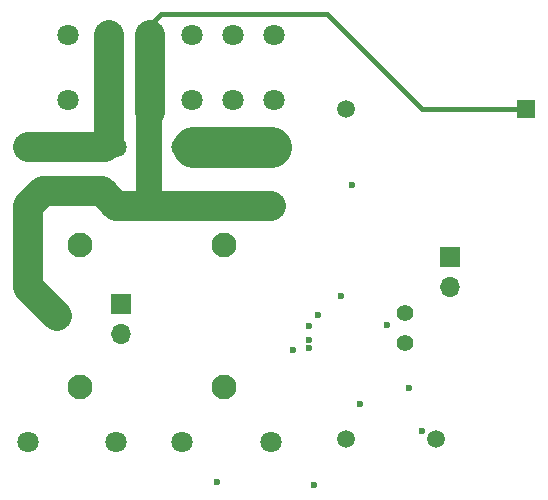
<source format=gbr>
%TF.GenerationSoftware,KiCad,Pcbnew,9.0.0*%
%TF.CreationDate,2025-03-25T19:49:10+01:00*%
%TF.ProjectId,raumtemp_relay,7261756d-7465-46d7-905f-72656c61792e,rev?*%
%TF.SameCoordinates,Original*%
%TF.FileFunction,Copper,L4,Inr*%
%TF.FilePolarity,Positive*%
%FSLAX46Y46*%
G04 Gerber Fmt 4.6, Leading zero omitted, Abs format (unit mm)*
G04 Created by KiCad (PCBNEW 9.0.0) date 2025-03-25 19:49:10*
%MOMM*%
%LPD*%
G01*
G04 APERTURE LIST*
%TA.AperFunction,ComponentPad*%
%ADD10C,1.803400*%
%TD*%
%TA.AperFunction,ComponentPad*%
%ADD11C,1.400000*%
%TD*%
%TA.AperFunction,ComponentPad*%
%ADD12R,1.700000X1.700000*%
%TD*%
%TA.AperFunction,ComponentPad*%
%ADD13O,1.700000X1.700000*%
%TD*%
%TA.AperFunction,ComponentPad*%
%ADD14C,1.800000*%
%TD*%
%TA.AperFunction,ComponentPad*%
%ADD15C,2.100000*%
%TD*%
%TA.AperFunction,ComponentPad*%
%ADD16R,1.508000X1.508000*%
%TD*%
%TA.AperFunction,ComponentPad*%
%ADD17C,1.508000*%
%TD*%
%TA.AperFunction,ViaPad*%
%ADD18C,0.600000*%
%TD*%
%TA.AperFunction,Conductor*%
%ADD19C,2.500000*%
%TD*%
%TA.AperFunction,Conductor*%
%ADD20C,0.400000*%
%TD*%
%TA.AperFunction,Conductor*%
%ADD21C,2.200000*%
%TD*%
%TA.AperFunction,Conductor*%
%ADD22C,3.500000*%
%TD*%
G04 APERTURE END LIST*
D10*
%TO.N,Net-(D2-A)*%
%TO.C,K3*%
X135725000Y-99180000D03*
%TO.N,Net-(J1-3)*%
X135725000Y-79180000D03*
%TO.N,Net-(J1-6)*%
X135725000Y-74180000D03*
X143225000Y-74180000D03*
%TO.N,Net-(J1-3)*%
X143225000Y-79180000D03*
%TO.N,+VDC*%
X143225000Y-99180000D03*
%TD*%
%TO.N,Net-(D1-A)*%
%TO.C,K2*%
X122675000Y-99180000D03*
%TO.N,Net-(J1-3)*%
X122675000Y-79180000D03*
%TO.N,Net-(J1-2)*%
X122675000Y-74180000D03*
X130175000Y-74180000D03*
%TO.N,Net-(J1-3)*%
X130175000Y-79180000D03*
%TO.N,+VDC*%
X130175000Y-99180000D03*
%TD*%
D11*
%TO.N,+VDC*%
%TO.C,JP1*%
X154625000Y-90830000D03*
%TO.N,+3V3*%
X154625000Y-88290000D03*
%TD*%
D12*
%TO.N,+3V3*%
%TO.C,J3*%
X158425000Y-83480000D03*
D13*
%TO.N,GND*%
X158425000Y-86020000D03*
%TD*%
D12*
%TO.N,Net-(J2-Pin_1)*%
%TO.C,J2*%
X130524656Y-87480000D03*
D13*
%TO.N,Net-(J2-Pin_2)*%
X130524656Y-90020000D03*
%TD*%
D14*
%TO.N,Net-(J1-1)*%
%TO.C,J1*%
X126036723Y-70200000D03*
X126036723Y-64700000D03*
%TO.N,Net-(J1-2)*%
X129536723Y-70200000D03*
X129536723Y-64700000D03*
%TO.N,Net-(J1-3)*%
X133036723Y-70200000D03*
X133036723Y-64700000D03*
%TO.N,Net-(J1-4)*%
X136536723Y-70200000D03*
X136536723Y-64700000D03*
%TO.N,Net-(J1-5)*%
X140036723Y-70200000D03*
X140036723Y-64700000D03*
%TO.N,Net-(J1-6)*%
X143536723Y-70200000D03*
X143536723Y-64700000D03*
%TD*%
D15*
%TO.N,+VDC*%
%TO.C,K1*%
X127125000Y-94480000D03*
%TO.N,Net-(D1-A)*%
X127125000Y-82480000D03*
%TO.N,Net-(J1-3)*%
X125125000Y-88480000D03*
%TO.N,Net-(J1-6)*%
X139325000Y-94480000D03*
%TO.N,Net-(J1-5)*%
X139325000Y-82480000D03*
%TD*%
D16*
%TO.N,Net-(J1-3)*%
%TO.C,PS1*%
X164864545Y-70981894D03*
D17*
%TO.N,Net-(J1-1)*%
X149624545Y-70981894D03*
%TO.N,GND*%
X149624545Y-98921894D03*
%TO.N,+VDC*%
X157244545Y-98921894D03*
%TD*%
D18*
%TO.N,+VDC*%
X153050000Y-89255000D03*
X147275000Y-88430000D03*
X146475000Y-89380000D03*
%TO.N,GND*%
X146475000Y-90580000D03*
X146475000Y-91230000D03*
X145125000Y-91430000D03*
X150825000Y-95980000D03*
X149225000Y-86780000D03*
X150125000Y-77380000D03*
%TO.N,+VDC*%
X156025000Y-98280000D03*
X154925000Y-94580000D03*
%TO.N,Net-(J2-Pin_2)*%
X146925000Y-102780000D03*
%TO.N,Net-(J2-Pin_1)*%
X138725000Y-102580000D03*
%TD*%
D19*
%TO.N,Net-(J1-3)*%
X123925000Y-77930000D02*
X122675000Y-79180000D01*
X130175000Y-79180000D02*
X128925000Y-77930000D01*
X128925000Y-77930000D02*
X123925000Y-77930000D01*
%TO.N,Net-(J1-2)*%
X129536723Y-73892176D02*
X129536723Y-70200000D01*
X129248899Y-74180000D02*
X129536723Y-73892176D01*
X122675000Y-74180000D02*
X129248899Y-74180000D01*
%TO.N,Net-(J1-3)*%
X135725000Y-79180000D02*
X130175000Y-79180000D01*
D20*
X164864545Y-70981894D02*
X156026894Y-70981894D01*
D19*
X132975000Y-79023662D02*
X133036723Y-79085385D01*
X125125000Y-88480000D02*
X122675000Y-86030000D01*
D21*
X132975000Y-71630000D02*
X132975000Y-79023662D01*
D20*
X148025000Y-62980000D02*
X133925000Y-62980000D01*
X133036723Y-63868277D02*
X133036723Y-65018297D01*
D19*
X122675000Y-86030000D02*
X122675000Y-79180000D01*
X133036723Y-79085385D02*
X133025000Y-79097108D01*
X133036723Y-70200000D02*
X133036723Y-71268277D01*
X133036723Y-64700000D02*
X133036723Y-70200000D01*
X143225000Y-79180000D02*
X135725000Y-79180000D01*
D20*
X156026894Y-70981894D02*
X148025000Y-62980000D01*
X133925000Y-62980000D02*
X133036723Y-63868277D01*
D19*
%TO.N,Net-(J1-2)*%
X129536723Y-64700000D02*
X129536723Y-70200000D01*
D22*
%TO.N,Net-(J1-6)*%
X136634163Y-74180000D02*
X136629855Y-74184308D01*
X143225000Y-74180000D02*
X136634163Y-74180000D01*
%TD*%
M02*

</source>
